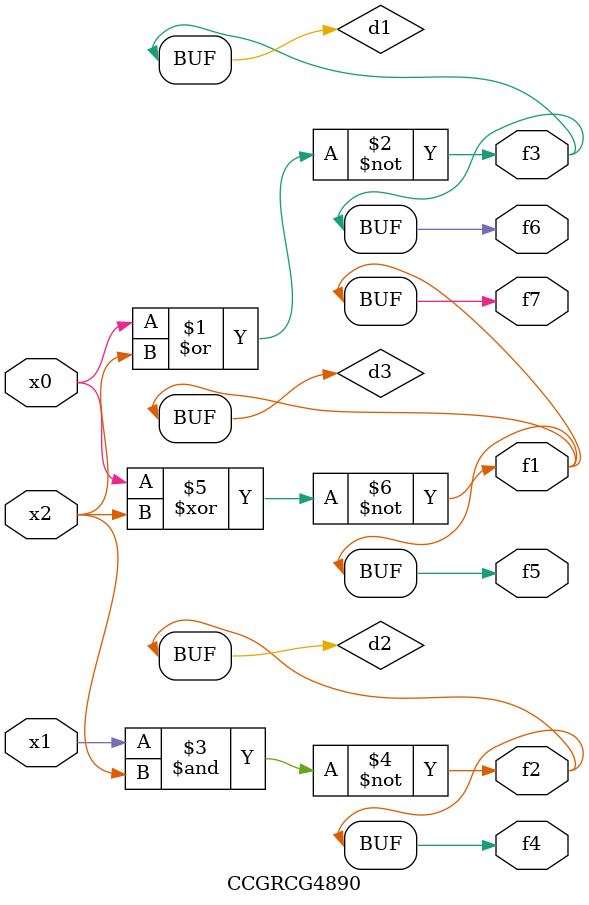
<source format=v>
module CCGRCG4890(
	input x0, x1, x2,
	output f1, f2, f3, f4, f5, f6, f7
);

	wire d1, d2, d3;

	nor (d1, x0, x2);
	nand (d2, x1, x2);
	xnor (d3, x0, x2);
	assign f1 = d3;
	assign f2 = d2;
	assign f3 = d1;
	assign f4 = d2;
	assign f5 = d3;
	assign f6 = d1;
	assign f7 = d3;
endmodule

</source>
